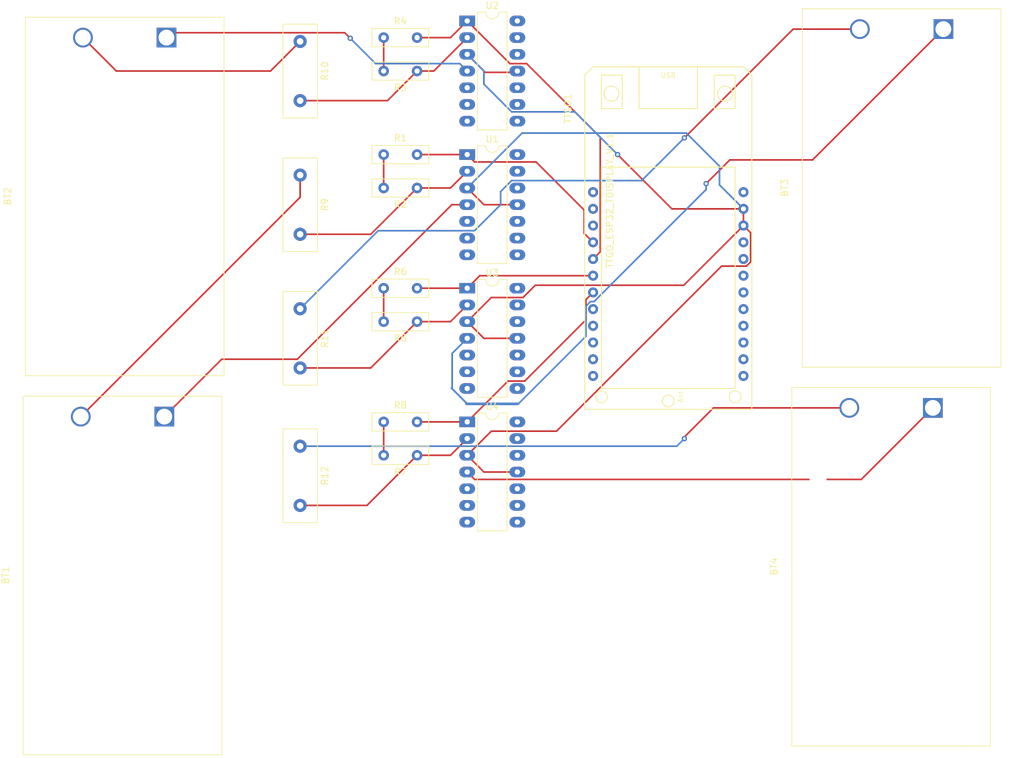
<source format=kicad_pcb>
(kicad_pcb (version 20221018) (generator pcbnew)
  (layers (0 "F.Cu" signal) (31 "B.Cu" signal) (34 "B.Paste" user) (35 "F.Paste" user) (36 "B.SilkS" user "B.Silkscreen") (37 "F.SilkS" user "F.Silkscreen") (38 "B.Mask" user) (39 "F.Mask" user) (44 "Edge.Cuts" user))
  (net 0 "")
  (net 1 "Net-(BT1--)")
  (net 2 "Net-(BT2--)")
  (net 3 "Net-(BT3--)")
  (net 4 "Net-(BT4--)")
  (net 5 "Net-(R1-Pad1)")
  (net 6 "Net-(TTGO1-GPIO26)")
  (net 7 "Net-(R3-Pad2)")
  (net 8 "Net-(TTGO1-GPIO25)")
  (net 9 "Net-(R5-Pad2)")
  (net 10 "Net-(TTGO1-GPIO33)")
  (net 11 "Net-(R7-Pad2)")
  (net 12 "Net-(TTGO1-GPIO32)")
  (net 30 "Earth")
  (net 32 "Net-(U1A--)")
  (net 33 "Net-(U2A--)")
  (net 34 "Net-(U3A--)")
  (net 35 "Net-(U4A--)")
  (footprint "Resistor_THT:R_Box_L8.4mm_W2.5mm_P5.08mm" (layer "F.Cu") (at 114.3 50.8)
    (fp_text reference "R1" (at 2.54 -2.52) (layer "F.SilkS"))
    (fp_text value "2,2K")
    (fp_line (start -1.77 -1.39) (end -1.77 1.39) (stroke (width 0.12)) (layer "F.SilkS"))
    (fp_line (start -1.77 -1.39) (end 6.85 -1.39) (stroke (width 0.12)) (layer "F.SilkS"))
    (fp_line (start -1.77 1.39) (end 6.85 1.39) (stroke (width 0.12)) (layer "F.SilkS"))
    (fp_line (start 6.85 -1.39) (end 6.85 1.39) (stroke (width 0.12)) (layer "F.SilkS"))
    (pad "1" thru_hole circle (at 0 0) (size 1.6 1.6) (drill 0.8) (layers "*.Cu" "*.Mask") (net 5 "Net-(R1-Pad1)"))
    (pad "2" thru_hole circle (at 5.08 0) (size 1.6 1.6) (drill 0.8) (layers "*.Cu" "*.Mask") (net 6 "Net-(TTGO1-GPIO26)"))
  )
  (footprint "Resistor_THT:R_Box_L8.4mm_W2.5mm_P5.08mm" (layer "F.Cu") (at 114.3 33.02)
    (fp_text reference "R4" (at 2.54 -2.52) (layer "F.SilkS"))
    (fp_text value "2,2K")
    (fp_line (start -1.77 -1.39) (end -1.77 1.39) (stroke (width 0.12)) (layer "F.SilkS"))
    (fp_line (start -1.77 -1.39) (end 6.85 -1.39) (stroke (width 0.12)) (layer "F.SilkS"))
    (fp_line (start -1.77 1.39) (end 6.85 1.39) (stroke (width 0.12)) (layer "F.SilkS"))
    (fp_line (start 6.85 -1.39) (end 6.85 1.39) (stroke (width 0.12)) (layer "F.SilkS"))
    (pad "1" thru_hole circle (at 0 0) (size 1.6 1.6) (drill 0.8) (layers "*.Cu" "*.Mask") (net 7 "Net-(R3-Pad2)"))
    (pad "2" thru_hole circle (at 5.08 0) (size 1.6 1.6) (drill 0.8) (layers "*.Cu" "*.Mask") (net 8 "Net-(TTGO1-GPIO25)"))
  )
  (footprint "Package_DIP:DIP-14_W7.62mm_LongPads" (layer "F.Cu") (at 127 50.8)
    (fp_text reference "U1" (at 3.81 -2.33) (layer "F.SilkS"))
    (fp_text value "TL071")
    (fp_line (start 1.56 -1.33) (end 1.56 16.57) (stroke (width 0.12)) (layer "F.SilkS"))
    (fp_line (start 1.56 16.57) (end 6.06 16.57) (stroke (width 0.12)) (layer "F.SilkS"))
    (fp_line (start 2.81 -1.33) (end 1.56 -1.33) (stroke (width 0.12)) (layer "F.SilkS"))
    (fp_line (start 6.06 -1.33) (end 4.81 -1.33) (stroke (width 0.12)) (layer "F.SilkS"))
    (fp_line (start 6.06 16.57) (end 6.06 -1.33) (stroke (width 0.12)) (layer "F.SilkS"))
    (fp_arc (start 4.81 -1.33) (mid 3.81 -0.33) (end 2.81 -1.33) (stroke (width 0.12)) (layer "F.SilkS"))
    (pad "1" thru_hole rect (at 0 0) (size 2.4 1.6) (drill 0.8) (layers "*.Cu" "*.Mask") (net 6 "Net-(TTGO1-GPIO26)"))
    (pad "2" thru_hole oval (at 0 2.54) (size 2.4 1.6) (drill 0.8) (layers "*.Cu" "*.Mask") (net 32 "Net-(U1A--)"))
    (pad "3" thru_hole oval (at 0 5.08) (size 2.4 1.6) (drill 0.8) (layers "*.Cu" "*.Mask") (net 30 "Earth"))
    (pad "4" thru_hole oval (at 0 7.62) (size 2.4 1.6) (drill 0.8) (layers "*.Cu" "*.Mask"))
    (pad "5" thru_hole oval (at 0 10.16) (size 2.4 1.6) (drill 0.8) (layers "*.Cu" "*.Mask"))
    (pad "6" thru_hole oval (at 0 12.7) (size 2.4 1.6) (drill 0.8) (layers "*.Cu" "*.Mask"))
    (pad "7" thru_hole oval (at 0 15.24) (size 2.4 1.6) (drill 0.8) (layers "*.Cu" "*.Mask"))
    (pad "8" thru_hole oval (at 7.62 15.24) (size 2.4 1.6) (drill 0.8) (layers "*.Cu" "*.Mask"))
    (pad "9" thru_hole oval (at 7.62 12.7) (size 2.4 1.6) (drill 0.8) (layers "*.Cu" "*.Mask"))
    (pad "10" thru_hole oval (at 7.62 10.16) (size 2.4 1.6) (drill 0.8) (layers "*.Cu" "*.Mask"))
    (pad "11" thru_hole oval (at 7.62 7.62) (size 2.4 1.6) (drill 0.8) (layers "*.Cu" "*.Mask") (net 30 "Earth"))
    (pad "12" thru_hole oval (at 7.62 5.08) (size 2.4 1.6) (drill 0.8) (layers "*.Cu" "*.Mask"))
    (pad "13" thru_hole oval (at 7.62 2.54) (size 2.4 1.6) (drill 0.8) (layers "*.Cu" "*.Mask"))
    (pad "14" thru_hole oval (at 7.62 0) (size 2.4 1.6) (drill 0.8) (layers "*.Cu" "*.Mask"))
  )
  (footprint "Battery:BatteryHolder_Eagle_12BH611-GR" (layer "F.Cu") (at 80.95 90.64 90)
    (fp_text reference "BT1" (at -24.13 -24.13 90) (layer "F.SilkS"))
    (fp_text value "Battery")
    (fp_line (start -51.4 -21.45) (end 3.1 -21.45) (stroke (width 0.12)) (layer "F.SilkS"))
    (fp_line (start -51.4 8.75) (end -51.4 -21.45) (stroke (width 0.12)) (layer "F.SilkS"))
    (fp_line (start 3.1 -21.45) (end 3.1 8.75) (stroke (width 0.12)) (layer "F.SilkS"))
    (fp_line (start 3.1 8.75) (end -51.4 8.75) (stroke (width 0.12)) (layer "F.SilkS"))
    (pad "" np_thru_hole circle (at -38.9 -17.45 90) (size 2.6 2.6) (drill 2.6) (layers "*.Cu" "*.Mask"))
    (pad "" np_thru_hole circle (at -24.15 4.75 90) (size 2.6 2.6) (drill 2.6) (layers "*.Cu" "*.Mask"))
    (pad "" np_thru_hole circle (at -10.9 -17.45 90) (size 2.6 2.6) (drill 2.6) (layers "*.Cu" "*.Mask"))
    (pad "1" thru_hole rect (at 0 0 90) (size 3 3) (drill 2.4) (layers "*.Cu" "*.Mask"))
    (pad "2" thru_hole circle (at 0 -12.7 90) (size 3 3) (drill 2.4) (layers "*.Cu" "*.Mask") (net 1 "Net-(BT1--)"))
  )
  (footprint "Battery:BatteryHolder_Eagle_12BH611-GR" (layer "F.Cu") (at 199.39 31.73 90)
    (fp_text reference "BT3" (at -24.13 -24.13 90) (layer "F.SilkS"))
    (fp_text value "Battery")
    (fp_line (start -51.4 -21.45) (end 3.1 -21.45) (stroke (width 0.12)) (layer "F.SilkS"))
    (fp_line (start -51.4 8.75) (end -51.4 -21.45) (stroke (width 0.12)) (layer "F.SilkS"))
    (fp_line (start 3.1 -21.45) (end 3.1 8.75) (stroke (width 0.12)) (layer "F.SilkS"))
    (fp_line (start 3.1 8.75) (end -51.4 8.75) (stroke (width 0.12)) (layer "F.SilkS"))
    (pad "" np_thru_hole circle (at -38.9 -17.45 90) (size 2.6 2.6) (drill 2.6) (layers "*.Cu" "*.Mask"))
    (pad "" np_thru_hole circle (at -24.15 4.75 90) (size 2.6 2.6) (drill 2.6) (layers "*.Cu" "*.Mask"))
    (pad "" np_thru_hole circle (at -10.9 -17.45 90) (size 2.6 2.6) (drill 2.6) (layers "*.Cu" "*.Mask"))
    (pad "1" thru_hole rect (at 0 0 90) (size 3 3) (drill 2.4) (layers "*.Cu" "*.Mask"))
    (pad "2" thru_hole circle (at 0 -12.7 90) (size 3 3) (drill 2.4) (layers "*.Cu" "*.Mask") (net 3 "Net-(BT3--)"))
  )
  (footprint "Battery:BatteryHolder_Eagle_12BH611-GR" (layer "F.Cu") (at 81.28 33.02 90)
    (fp_text reference "BT2" (at -24.13 -24.13 90) (layer "F.SilkS"))
    (fp_text value "Battery")
    (fp_line (start -51.4 -21.45) (end 3.1 -21.45) (stroke (width 0.12)) (layer "F.SilkS"))
    (fp_line (start -51.4 8.75) (end -51.4 -21.45) (stroke (width 0.12)) (layer "F.SilkS"))
    (fp_line (start 3.1 -21.45) (end 3.1 8.75) (stroke (width 0.12)) (layer "F.SilkS"))
    (fp_line (start 3.1 8.75) (end -51.4 8.75) (stroke (width 0.12)) (layer "F.SilkS"))
    (pad "" np_thru_hole circle (at -38.9 -17.45 90) (size 2.6 2.6) (drill 2.6) (layers "*.Cu" "*.Mask"))
    (pad "" np_thru_hole circle (at -24.15 4.75 90) (size 2.6 2.6) (drill 2.6) (layers "*.Cu" "*.Mask"))
    (pad "" np_thru_hole circle (at -10.9 -17.45 90) (size 2.6 2.6) (drill 2.6) (layers "*.Cu" "*.Mask"))
    (pad "1" thru_hole rect (at 0 0 90) (size 3 3) (drill 2.4) (layers "*.Cu" "*.Mask"))
    (pad "2" thru_hole circle (at 0 -12.7 90) (size 3 3) (drill 2.4) (layers "*.Cu" "*.Mask") (net 2 "Net-(BT2--)"))
  )
  (footprint "Resistor_THT:R_Box_L14.0mm_W5.0mm_P9.00mm" (layer "F.Cu") (at 101.6 95.14 -90)
    (fp_text reference "R12" (at 4.5 -3.75 90) (layer "F.SilkS"))
    (fp_text value "R_Variable")
    (fp_line (start -2.62 -2.62) (end -2.62 2.62) (stroke (width 0.12)) (layer "F.SilkS"))
    (fp_line (start -2.62 -2.62) (end 11.62 -2.62) (stroke (width 0.12)) (layer "F.SilkS"))
    (fp_line (start -2.62 2.62) (end 11.62 2.62) (stroke (width 0.12)) (layer "F.SilkS"))
    (fp_line (start 11.62 -2.62) (end 11.62 2.62) (stroke (width 0.12)) (layer "F.SilkS"))
    (pad "1" thru_hole circle (at 0 0 270) (size 2 2) (drill 1) (layers "*.Cu" "*.Mask") (net 4 "Net-(BT4--)"))
    (pad "2" thru_hole circle (at 9 0 270) (size 2 2) (drill 1) (layers "*.Cu" "*.Mask") (net 35 "Net-(U4A--)"))
  )
  (footprint "Resistor_THT:R_Box_L8.4mm_W2.5mm_P5.08mm" (layer "F.Cu") (at 119.38 38.1 180)
    (fp_text reference "R3" (at 2.54 -2.52) (layer "F.SilkS"))
    (fp_text value "2,2K")
    (fp_line (start -1.77 -1.39) (end -1.77 1.39) (stroke (width 0.12)) (layer "F.SilkS"))
    (fp_line (start -1.77 -1.39) (end 6.85 -1.39) (stroke (width 0.12)) (layer "F.SilkS"))
    (fp_line (start -1.77 1.39) (end 6.85 1.39) (stroke (width 0.12)) (layer "F.SilkS"))
    (fp_line (start 6.85 -1.39) (end 6.85 1.39) (stroke (width 0.12)) (layer "F.SilkS"))
    (pad "1" thru_hole circle (at 0 0 180) (size 1.6 1.6) (drill 0.8) (layers "*.Cu" "*.Mask") (net 33 "Net-(U2A--)"))
    (pad "2" thru_hole circle (at 5.08 0 180) (size 1.6 1.6) (drill 0.8) (layers "*.Cu" "*.Mask") (net 7 "Net-(R3-Pad2)"))
  )
  (footprint "Package_DIP:DIP-14_W7.62mm_LongPads" (layer "F.Cu") (at 127 91.44)
    (fp_text reference "U4" (at 3.81 -2.33) (layer "F.SilkS"))
    (fp_text value "TL071")
    (fp_line (start 1.56 -1.33) (end 1.56 16.57) (stroke (width 0.12)) (layer "F.SilkS"))
    (fp_line (start 1.56 16.57) (end 6.06 16.57) (stroke (width 0.12)) (layer "F.SilkS"))
    (fp_line (start 2.81 -1.33) (end 1.56 -1.33) (stroke (width 0.12)) (layer "F.SilkS"))
    (fp_line (start 6.06 -1.33) (end 4.81 -1.33) (stroke (width 0.12)) (layer "F.SilkS"))
    (fp_line (start 6.06 16.57) (end 6.06 -1.33) (stroke (width 0.12)) (layer "F.SilkS"))
    (fp_arc (start 4.81 -1.33) (mid 3.81 -0.33) (end 2.81 -1.33) (stroke (width 0.12)) (layer "F.SilkS"))
    (pad "1" thru_hole rect (at 0 0) (size 2.4 1.6) (drill 0.8) (layers "*.Cu" "*.Mask") (net 12 "Net-(TTGO1-GPIO32)"))
    (pad "2" thru_hole oval (at 0 2.54) (size 2.4 1.6) (drill 0.8) (layers "*.Cu" "*.Mask") (net 35 "Net-(U4A--)"))
    (pad "3" thru_hole oval (at 0 5.08) (size 2.4 1.6) (drill 0.8) (layers "*.Cu" "*.Mask") (net 30 "Earth"))
    (pad "4" thru_hole oval (at 0 7.62) (size 2.4 1.6) (drill 0.8) (layers "*.Cu" "*.Mask"))
    (pad "5" thru_hole oval (at 0 10.16) (size 2.4 1.6) (drill 0.8) (layers "*.Cu" "*.Mask"))
    (pad "6" thru_hole oval (at 0 12.7) (size 2.4 1.6) (drill 0.8) (layers "*.Cu" "*.Mask"))
    (pad "7" thru_hole oval (at 0 15.24) (size 2.4 1.6) (drill 0.8) (layers "*.Cu" "*.Mask"))
    (pad "8" thru_hole oval (at 7.62 15.24) (size 2.4 1.6) (drill 0.8) (layers "*.Cu" "*.Mask"))
    (pad "9" thru_hole oval (at 7.62 12.7) (size 2.4 1.6) (drill 0.8) (layers "*.Cu" "*.Mask"))
    (pad "10" thru_hole oval (at 7.62 10.16) (size 2.4 1.6) (drill 0.8) (layers "*.Cu" "*.Mask"))
    (pad "11" thru_hole oval (at 7.62 7.62) (size 2.4 1.6) (drill 0.8) (layers "*.Cu" "*.Mask") (net 30 "Earth"))
    (pad "12" thru_hole oval (at 7.62 5.08) (size 2.4 1.6) (drill 0.8) (layers "*.Cu" "*.Mask"))
    (pad "13" thru_hole oval (at 7.62 2.54) (size 2.4 1.6) (drill 0.8) (layers "*.Cu" "*.Mask"))
    (pad "14" thru_hole oval (at 7.62 0) (size 2.4 1.6) (drill 0.8) (layers "*.Cu" "*.Mask"))
  )
  (footprint "Resistor_THT:R_Box_L8.4mm_W2.5mm_P5.08mm" (layer "F.Cu") (at 119.38 96.52 180)
    (fp_text reference "R7" (at 2.54 -2.52) (layer "F.SilkS"))
    (fp_text value "2,2K")
    (fp_line (start -1.77 -1.39) (end -1.77 1.39) (stroke (width 0.12)) (layer "F.SilkS"))
    (fp_line (start -1.77 -1.39) (end 6.85 -1.39) (stroke (width 0.12)) (layer "F.SilkS"))
    (fp_line (start -1.77 1.39) (end 6.85 1.39) (stroke (width 0.12)) (layer "F.SilkS"))
    (fp_line (start 6.85 -1.39) (end 6.85 1.39) (stroke (width 0.12)) (layer "F.SilkS"))
    (pad "1" thru_hole circle (at 0 0 180) (size 1.6 1.6) (drill 0.8) (layers "*.Cu" "*.Mask") (net 35 "Net-(U4A--)"))
    (pad "2" thru_hole circle (at 5.08 0 180) (size 1.6 1.6) (drill 0.8) (layers "*.Cu" "*.Mask") (net 11 "Net-(R7-Pad2)"))
  )
  (footprint "Package_DIP:DIP-14_W7.62mm_LongPads" (layer "F.Cu") (at 127 30.48)
    (fp_text reference "U2" (at 3.81 -2.33) (layer "F.SilkS"))
    (fp_text value "TL071")
    (fp_line (start 1.56 -1.33) (end 1.56 16.57) (stroke (width 0.12)) (layer "F.SilkS"))
    (fp_line (start 1.56 16.57) (end 6.06 16.57) (stroke (width 0.12)) (layer "F.SilkS"))
    (fp_line (start 2.81 -1.33) (end 1.56 -1.33) (stroke (width 0.12)) (layer "F.SilkS"))
    (fp_line (start 6.06 -1.33) (end 4.81 -1.33) (stroke (width 0.12)) (layer "F.SilkS"))
    (fp_line (start 6.06 16.57) (end 6.06 -1.33) (stroke (width 0.12)) (layer "F.SilkS"))
    (fp_arc (start 4.81 -1.33) (mid 3.81 -0.33) (end 2.81 -1.33) (stroke (width 0.12)) (layer "F.SilkS"))
    (pad "1" thru_hole rect (at 0 0) (size 2.4 1.6) (drill 0.8) (layers "*.Cu" "*.Mask") (net 8 "Net-(TTGO1-GPIO25)"))
    (pad "2" thru_hole oval (at 0 2.54) (size 2.4 1.6) (drill 0.8) (layers "*.Cu" "*.Mask") (net 33 "Net-(U2A--)"))
    (pad "3" thru_hole oval (at 0 5.08) (size 2.4 1.6) (drill 0.8) (layers "*.Cu" "*.Mask") (net 30 "Earth"))
    (pad "4" thru_hole oval (at 0 7.62) (size 2.4 1.6) (drill 0.8) (layers "*.Cu" "*.Mask"))
    (pad "5" thru_hole oval (at 0 10.16) (size 2.4 1.6) (drill 0.8) (layers "*.Cu" "*.Mask"))
    (pad "6" thru_hole oval (at 0 12.7) (size 2.4 1.6) (drill 0.8) (layers "*.Cu" "*.Mask"))
    (pad "7" thru_hole oval (at 0 15.24) (size 2.4 1.6) (drill 0.8) (layers "*.Cu" "*.Mask"))
    (pad "8" thru_hole oval (at 7.62 15.24) (size 2.4 1.6) (drill 0.8) (layers "*.Cu" "*.Mask"))
    (pad "9" thru_hole oval (at 7.62 12.7) (size 2.4 1.6) (drill 0.8) (layers "*.Cu" "*.Mask"))
    (pad "10" thru_hole oval (at 7.62 10.16) (size 2.4 1.6) (drill 0.8) (layers "*.Cu" "*.Mask"))
    (pad "11" thru_hole oval (at 7.62 7.62) (size 2.4 1.6) (drill 0.8) (layers "*.Cu" "*.Mask") (net 30 "Earth"))
    (pad "12" thru_hole oval (at 7.62 5.08) (size 2.4 1.6) (drill 0.8) (layers "*.Cu" "*.Mask"))
    (pad "13" thru_hole oval (at 7.62 2.54) (size 2.4 1.6) (drill 0.8) (layers "*.Cu" "*.Mask"))
    (pad "14" thru_hole oval (at 7.62 0) (size 2.4 1.6) (drill 0.8) (layers "*.Cu" "*.Mask"))
  )
  (footprint "Resistor_THT:R_Box_L8.4mm_W2.5mm_P5.08mm" (layer "F.Cu") (at 119.38 76.2 180)
    (fp_text reference "R5" (at 2.54 -2.52) (layer "F.SilkS"))
    (fp_text value "2,2K")
    (fp_line (start -1.77 -1.39) (end -1.77 1.39) (stroke (width 0.12)) (layer "F.SilkS"))
    (fp_line (start -1.77 -1.39) (end 6.85 -1.39) (stroke (width 0.12)) (layer "F.SilkS"))
    (fp_line (start -1.77 1.39) (end 6.85 1.39) (stroke (width 0.12)) (layer "F.SilkS"))
    (fp_line (start 6.85 -1.39) (end 6.85 1.39) (stroke (width 0.12)) (layer "F.SilkS"))
    (pad "1" thru_hole circle (at 0 0 180) (size 1.6 1.6) (drill 0.8) (layers "*.Cu" "*.Mask") (net 34 "Net-(U3A--)"))
    (pad "2" thru_hole circle (at 5.08 0 180) (size 1.6 1.6) (drill 0.8) (layers "*.Cu" "*.Mask") (net 9 "Net-(R5-Pad2)"))
  )
  (footprint "Resistor_THT:R_Box_L14.0mm_W5.0mm_P9.00mm" (layer "F.Cu") (at 101.6 74.24 -90)
    (fp_text reference "R11" (at 4.5 -3.75 90) (layer "F.SilkS"))
    (fp_text value "GHB-Piezo")
    (fp_line (start -2.62 -2.62) (end -2.62 2.62) (stroke (width 0.12)) (layer "F.SilkS"))
    (fp_line (start -2.62 -2.62) (end 11.62 -2.62) (stroke (width 0.12)) (layer "F.SilkS"))
    (fp_line (start -2.62 2.62) (end 11.62 2.62) (stroke (width 0.12)) (layer "F.SilkS"))
    (fp_line (start 11.62 -2.62) (end 11.62 2.62) (stroke (width 0.12)) (layer "F.SilkS"))
    (pad "1" thru_hole circle (at 0 0 270) (size 2 2) (drill 1) (layers "*.Cu" "*.Mask") (net 3 "Net-(BT3--)"))
    (pad "2" thru_hole circle (at 9 0 270) (size 2 2) (drill 1) (layers "*.Cu" "*.Mask") (net 34 "Net-(U3A--)"))
  )
  (footprint "Battery:BatteryHolder_Eagle_12BH611-GR" (layer "F.Cu") (at 197.79 89.31 90)
    (fp_text reference "BT4" (at -24.13 -24.13 90) (layer "F.SilkS"))
    (fp_text value "Battery")
    (fp_line (start -51.4 -21.45) (end 3.1 -21.45) (stroke (width 0.12)) (layer "F.SilkS"))
    (fp_line (start -51.4 8.75) (end -51.4 -21.45) (stroke (width 0.12)) (layer "F.SilkS"))
    (fp_line (start 3.1 -21.45) (end 3.1 8.75) (stroke (width 0.12)) (layer "F.SilkS"))
    (fp_line (start 3.1 8.75) (end -51.4 8.75) (stroke (width 0.12)) (layer "F.SilkS"))
    (pad "" np_thru_hole circle (at -38.9 -17.45 90) (size 2.6 2.6) (drill 2.6) (layers "*.Cu" "*.Mask"))
    (pad "" np_thru_hole circle (at -24.15 4.75 90) (size 2.6 2.6) (drill 2.6) (layers "*.Cu" "*.Mask"))
    (pad "" np_thru_hole circle (at -10.9 -17.45 90) (size 2.6 2.6) (drill 2.6) (layers "*.Cu" "*.Mask"))
    (pad "1" thru_hole rect (at 0 0 90) (size 3 3) (drill 2.4) (layers "*.Cu" "*.Mask"))
    (pad "2" thru_hole circle (at 0 -12.7 90) (size 3 3) (drill 2.4) (layers "*.Cu" "*.Mask") (net 4 "Net-(BT4--)"))
  )
  (footprint "ttgo-tdisplay-kicad-master:TTGO_ESP32_TDisplay_v1.1" (layer "F.Cu") (at 144.8675 40.005 -90)
    (fp_text reference "TTGO1" (at 3.81 2.54 90) (layer "F.SilkS"))
    (fp_text value "TTGO_ESP32_TDISPLAY_V1.1" (at 17.78 -3.81 90) (layer "F.SilkS"))
    (fp_text user "Ant" (at 47.625 -14.605 90) (layer "F.SilkS") (effects (font (size 0.75 0.75) (thickness 0.1))))
    (fp_text user "USB" (at -1.27 -12.7) (layer "F.SilkS") (effects (font (size 0.75 0.75) (thickness 0.1))))
    (fp_line (start -2.54 -24.13) (end -1.27 -25.4) (stroke (width 0.15)) (layer "F.SilkS"))
    (fp_line (start -2.54 -8.255) (end 1.27 -8.255) (stroke (width 0.15)) (layer "F.SilkS"))
    (fp_line (start -2.54 -1.27) (end -2.54 -24.13) (stroke (width 0.15)) (layer "F.SilkS"))
    (fp_line (start -1.27 -25.4) (end 0 -25.4) (stroke (width 0.15)) (layer "F.SilkS"))
    (fp_line (start -1.27 -22.86) (end 3.81 -22.86) (stroke (width 0.15)) (layer "F.SilkS"))
    (fp_line (start -1.27 -19.685) (end -1.27 -22.86) (stroke (width 0.15)) (layer "F.SilkS"))
    (fp_line (start -1.27 -5.715) (end 3.81 -5.715) (stroke (width 0.15)) (layer "F.SilkS"))
    (fp_line (start -1.27 -2.54) (end -1.27 -5.715) (stroke (width 0.15)) (layer "F.SilkS"))
    (fp_line (start -1.27 0) (end -2.54 -1.27) (stroke (width 0.15)) (layer "F.SilkS"))
    (fp_line (start 0 0) (end -1.27 0) (stroke (width 0.15)) (layer "F.SilkS"))
    (fp_line (start 1.27 -17.145) (end -2.54 -17.145) (stroke (width 0.15)) (layer "F.SilkS"))
    (fp_line (start 1.27 -17.145) (end 3.81 -17.145) (stroke (width 0.15)) (layer "F.SilkS"))
    (fp_line (start 3.81 -22.86) (end 3.81 -19.685) (stroke (width 0.15)) (layer "F.SilkS"))
    (fp_line (start 3.81 -19.685) (end -1.27 -19.685) (stroke (width 0.15)) (layer "F.SilkS"))
    (fp_line (start 3.81 -17.145) (end 3.81 -8.255) (stroke (width 0.15)) (layer "F.SilkS"))
    (fp_line (start 3.81 -8.255) (end -2.54 -8.255) (stroke (width 0.15)) (layer "F.SilkS"))
    (fp_line (start 3.81 -5.715) (end 3.81 -2.54) (stroke (width 0.15)) (layer "F.SilkS"))
    (fp_line (start 3.81 -2.54) (end -1.27 -2.54) (stroke (width 0.15)) (layer "F.SilkS"))
    (fp_line (start 12.7 -22.86) (end 46.355 -22.86) (stroke (width 0.15)) (layer "F.SilkS"))
    (fp_line (start 12.7 -2.54) (end 12.7 -22.86) (stroke (width 0.15)) (layer "F.SilkS"))
    (fp_line (start 44.45 0) (end 0 0) (stroke (width 0.15)) (layer "F.SilkS"))
    (fp_line (start 45.72 -25.4) (end 0 -25.4) (stroke (width 0.15)) (layer "F.SilkS"))
    (fp_line (start 46.355 -22.86) (end 46.355 -2.54) (stroke (width 0.15)) (layer "F.SilkS"))
    (fp_line (start 46.355 -2.54) (end 12.7 -2.54) (stroke (width 0.15)) (layer "F.SilkS"))
    (fp_line (start 49.53 -25.4) (end 45.72 -25.4) (stroke (width 0.15)) (layer "F.SilkS"))
    (fp_line (start 49.53 -25.4) (end 49.53 0) (stroke (width 0.15)) (layer "F.SilkS"))
    (fp_line (start 49.53 0) (end 44.45 0) (stroke (width 0.15)) (layer "F.SilkS"))
    (fp_circle (center 1.524 -21.336) (end 2.54 -21.844) (stroke (width 0.15)) (fill none) (layer "F.SilkS"))
    (fp_circle (center 1.524 -4.064) (end 2.54 -4.572) (stroke (width 0.15)) (fill none) (layer "F.SilkS"))
    (fp_circle (center 47.625 -22.86) (end 48.26 -23.495) (stroke (width 0.15)) (fill none) (layer "F.SilkS"))
    (fp_circle (center 47.625 -2.54) (end 48.26 -3.175) (stroke (width 0.15)) (fill none) (layer "F.SilkS"))
    (fp_circle (center 48.26 -12.7) (end 48.895 -13.335) (stroke (width 0.15)) (fill none) (layer "F.SilkS"))
    (pad "" np_thru_hole circle (at 47.625 -22.86 270) (size 1.524 1.524) (drill 1.524) (layers "*.Cu" "*.Mask"))
    (pad "" np_thru_hole circle (at 47.625 -2.54 270) (size 1.524 1.524) (drill 1.524) (layers "*.Cu" "*.Mask"))
    (pad "1" thru_hole circle (at 16.51 -1.27 270) (size 1.524 1.524) (drill 0.762) (layers "*.Cu" "*.Mask"))
    (pad "2" thru_hole circle (at 19.05 -1.27 270) (size 1.524 1.524) (drill 0.762) (layers "*.Cu" "*.Mask"))
    (pad "3" thru_hole circle (at 21.59 -1.27 270) (size 1.524 1.524) (drill 0.762) (layers "*.Cu" "*.Mask"))
    (pad "4" thru_hole circle (at 24.13 -1.27 270) (size 1.524 1.524) (drill 0.762) (layers "*.Cu" "*.Mask") (net 6 "Net-(TTGO1-GPIO26)"))
    (pad "5" thru_hole circle (at 26.67 -1.27 270) (size 1.524 1.524) (drill 0.762) (layers "*.Cu" "*.Mask") (net 8 "Net-(TTGO1-GPIO25)"))
    (pad "6" thru_hole circle (at 29.21 -1.27 270) (size 1.524 1.524) (drill 0.762) (layers "*.Cu" "*.Mask") (net 10 "Net-(TTGO1-GPIO33)"))
    (pad "7" thru_hole circle (at 31.75 -1.27 270) (size 1.524 1.524) (drill 0.762) (layers "*.Cu" "*.Mask") (net 12 "Net-(TTGO1-GPIO32)"))
    (pad "8" thru_hole circle (at 34.29 -1.27 270) (size 1.524 1.524) (drill 0.762) (layers "*.Cu" "*.Mask"))
    (pad "9" thru_hole circle (at 36.83 -1.27 270) (size 1.524 1.524) (drill 0.762) (layers "*.Cu" "*.Mask"))
    (pad "10" thru_hole circle (at 39.37 -1.27 270) (size 1.524 1.524) (drill 0.762) (layers "*.Cu" "*.Mask"))
    (pad "11" thru_hole circle (at 41.91 -1.27 270) (size 1.524 1.524) (drill 0.762) (layers "*.Cu" "*.Mask"))
    (pad "12" thru_hole circle (at 44.45 -1.27 270) (size 1.524 1.524) (drill 0.762) (layers "*.Cu" "*.Mask"))
    (pad "13" thru_hole circle (at 44.45 -24.13 270) (size 1.524 1.524) (drill 0.762) (layers "*.Cu" "*.Mask"))
    (pad "14" thru_hole circle (at 41.91 -24.13 270) (size 1.524 1.524) (drill 0.762) (layers "*.Cu" "*.Mask"))
    (pad "15" thru_hole circle (at 39.37 -24.13 270) (size 1.524 1.524) (drill 0.762) (layers "*.Cu" "*.Mask"))
    (pad "16" thru_hole circle (at 36.83 -24.13 270) (size 1.524 1.524) (drill 0.762) (layers "*.Cu" "*.Mask"))
    (pad "17" thru_hole circle (at 34.29 -24.13 270) (size 1.524 1.524) (drill 0.762) (layers "*.Cu" "*.Mask"))
    (pad "18" thru_hole circle (at 31.75 -24.13 270) (size 1.524 1.524) (drill 0.762) (layers "*.Cu" "*.Mask"))
    (pad "19" thru_hole circle (at 29.21 -24.13 270) (size 1.524 1.524) (drill 0.762) (layers "*.Cu" "*.Mask"))
    (pad "20" thru_hole circle (at 26.67 -24.13 270) (size 1.524 1.524) (drill 0.762) (layers "*.Cu" "*.Mask"))
    (pad "21" thru_hole circle (at 24.13 -24.13 270) (size 1.524 1.524) (drill 0.762) (layers "*.Cu" "*.Mask"))
    (pad "22" thru_hole circle (at 21.59 -24.13 270) (size 1.524 1.524) (drill 0.762) (layers "*.Cu" "*.Mask") (net 30 "Earth"))
    (pad "23" thru_hole circle (at 19.05 -24.13 270) (size 1.524 1.524) (drill 0.762) (layers "*.Cu" "*.Mask") (net 30 "Earth"))
    (pad "24" thru_hole circle (at 16.51 -24.13 270) (size 1.524 1.524) (drill 0.762) (layers "*.Cu" "*.Mask"))
  )
  (footprint "Resistor_THT:R_Box_L8.4mm_W2.5mm_P5.08mm" (layer "F.Cu") (at 114.3 71.12)
    (fp_text reference "R6" (at 2.54 -2.52) (layer "F.SilkS"))
    (fp_text value "2,2K")
    (fp_line (start -1.77 -1.39) (end -1.77 1.39) (stroke (width 0.12)) (layer "F.SilkS"))
    (fp_line (start -1.77 -1.39) (end 6.85 -1.39) (stroke (width 0.12)) (layer "F.SilkS"))
    (fp_line (start -1.77 1.39) (end 6.85 1.39) (stroke (width 0.12)) (layer "F.SilkS"))
    (fp_line (start 6.85 -1.39) (end 6.85 1.39) (stroke (width 0.12)) (layer "F.SilkS"))
    (pad "1" thru_hole circle (at 0 0) (size 1.6 1.6) (drill 0.8) (layers "*.Cu" "*.Mask") (net 9 "Net-(R5-Pad2)"))
    (pad "2" thru_hole circle (at 5.08 0) (size 1.6 1.6) (drill 0.8) (layers "*.Cu" "*.Mask") (net 10 "Net-(TTGO1-GPIO33)"))
  )
  (footprint "Package_DIP:DIP-14_W7.62mm_LongPads" (layer "F.Cu") (at 127 71.12)
    (fp_text reference "U3" (at 3.81 -2.33) (layer "F.SilkS"))
    (fp_text value "TL071")
    (fp_line (start 1.56 -1.33) (end 1.56 16.57) (stroke (width 0.12)) (layer "F.SilkS"))
    (fp_line (start 1.56 16.57) (end 6.06 16.57) (stroke (width 0.12)) (layer "F.SilkS"))
    (fp_line (start 2.81 -1.33) (end 1.56 -1.33) (stroke (width 0.12)) (layer "F.SilkS"))
    (fp_line (start 6.06 -1.33) (end 4.81 -1.33) (stroke (width 0.12)) (layer "F.SilkS"))
    (fp_line (start 6.06 16.57) (end 6.06 -1.33) (stroke (width 0.12)) (layer "F.SilkS"))
    (fp_arc (start 4.81 -1.33) (mid 3.81 -0.33) (end 2.81 -1.33) (stroke (width 0.12)) (layer "F.SilkS"))
    (pad "1" thru_hole rect (at 0 0) (size 2.4 1.6) (drill 0.8) (layers "*.Cu" "*.Mask") (net 10 "Net-(TTGO1-GPIO33)"))
    (pad "2" thru_hole oval (at 0 2.54) (size 2.4 1.6) (drill 0.8) (layers "*.Cu" "*.Mask") (net 34 "Net-(U3A--)"))
    (pad "3" thru_hole oval (at 0 5.08) (size 2.4 1.6) (drill 0.8) (layers "*.Cu" "*.Mask") (net 30 "Earth"))
    (pad "4" thru_hole oval (at 0 7.62) (size 2.4 1.6) (drill 0.8) (layers "*.Cu" "*.Mask"))
    (pad "5" thru_hole oval (at 0 10.16) (size 2.4 1.6) (drill 0.8) (layers "*.Cu" "*.Mask"))
    (pad "6" thru_hole oval (at 0 12.7) (size 2.4 1.6) (drill 0.8) (layers "*.Cu" "*.Mask"))
    (pad "7" thru_hole oval (at 0 15.24) (size 2.4 1.6) (drill 0.8) (layers "*.Cu" "*.Mask"))
    (pad "8" thru_hole oval (at 7.62 15.24) (size 2.4 1.6) (drill 0.8) (layers "*.Cu" "*.Mask"))
    (pad "9" thru_hole oval (at 7.62 12.7) (size 2.4 1.6) (drill 0.8) (layers "*.Cu" "*.Mask"))
    (pad "10" thru_hole oval (at 7.62 10.16) (size 2.4 1.6) (drill 0.8) (layers "*.Cu" "*.Mask"))
    (pad "11" thru_hole oval (at 7.62 7.62) (size 2.4 1.6) (drill 0.8) (layers "*.Cu" "*.Mask") (net 30 "Earth"))
    (pad "12" thru_hole oval (at 7.62 5.08) (size 2.4 1.6) (drill 0.8) (layers "*.Cu" "*.Mask"))
    (pad "13" thru_hole oval (at 7.62 2.54) (size 2.4 1.6) (drill 0.8) (layers "*.Cu" "*.Mask"))
    (pad "14" thru_hole oval (at 7.62 0) (size 2.4 1.6) (drill 0.8) (layers "*.Cu" "*.Mask"))
  )
  (footprint "Resistor_THT:R_Box_L8.4mm_W2.5mm_P5.08mm" (layer "F.Cu") (at 119.38 55.88 180)
    (fp_text reference "R2" (at 2.54 -2.52) (layer "F.SilkS"))
    (fp_text value "2,2K")
    (fp_line (start -1.77 -1.39) (end -1.77 1.39) (stroke (width 0.12)) (layer "F.SilkS"))
    (fp_line (start -1.77 -1.39) (end 6.85 -1.39) (stroke (width 0.12)) (layer "F.SilkS"))
    (fp_line (start -1.77 1.39) (end 6.85 1.39) (stroke (width 0.12)) (layer "F.SilkS"))
    (fp_line (start 6.85 -1.39) (end 6.85 1.39) (stroke (width 0.12)) (layer "F.SilkS"))
    (pad "1" thru_hole circle (at 0 0 180) (size 1.6 1.6) (drill 0.8) (layers "*.Cu" "*.Mask") (net 32 "Net-(U1A--)"))
    (pad "2" thru_hole circle (at 5.08 0 180) (size 1.6 1.6) (drill 0.8) (layers "*.Cu" "*.Mask") (net 5 "Net-(R1-Pad1)"))
  )
  (footprint "Resistor_THT:R_Box_L8.4mm_W2.5mm_P5.08mm" (layer "F.Cu") (at 114.3 91.44)
    (fp_text reference "R8" (at 2.54 -2.52) (layer "F.SilkS"))
    (fp_text value "2,2K")
    (fp_line (start -1.77 -1.39) (end -1.77 1.39) (stroke (width 0.12)) (layer "F.SilkS"))
    (fp_line (start -1.77 -1.39) (end 6.85 -1.39) (stroke (width 0.12)) (layer "F.SilkS"))
    (fp_line (start -1.77 1.39) (end 6.85 1.39) (stroke (width 0.12)) (layer "F.SilkS"))
    (fp_line (start 6.85 -1.39) (end 6.85 1.39) (stroke (width 0.12)) (layer "F.SilkS"))
    (pad "1" thru_hole circle (at 0 0) (size 1.6 1.6) (drill 0.8) (layers "*.Cu" "*.Mask") (net 11 "Net-(R7-Pad2)"))
    (pad "2" thru_hole circle (at 5.08 0) (size 1.6 1.6) (drill 0.8) (layers "*.Cu" "*.Mask") (net 12 "Net-(TTGO1-GPIO32)"))
  )
  (footprint "Resistor_THT:R_Box_L14.0mm_W5.0mm_P9.00mm" (layer "F.Cu") (at 101.6 33.6 -90)
    (fp_text reference "R10" (at 4.5 -3.75 90) (layer "F.SilkS"))
    (fp_text value "GHB-Piezo")
    (fp_line (start -2.62 -2.62) (end -2.62 2.62) (stroke (width 0.12)) (layer "F.SilkS"))
    (fp_line (start -2.62 -2.62) (end 11.62 -2.62) (stroke (width 0.12)) (layer "F.SilkS"))
    (fp_line (start -2.62 2.62) (end 11.62 2.62) (stroke (width 0.12)) (layer "F.SilkS"))
    (fp_line (start 11.62 -2.62) (end 11.62 2.62) (stroke (width 0.12)) (layer "F.SilkS"))
    (pad "1" thru_hole circle (at 0 0 270) (size 2 2) (drill 1) (layers "*.Cu" "*.Mask") (net 2 "Net-(BT2--)"))
    (pad "2" thru_hole circle (at 9 0 270) (size 2 2) (drill 1) (layers "*.Cu" "*.Mask") (net 33 "Net-(U2A--)"))
  )
  (footprint "Resistor_THT:R_Box_L14.0mm_W5.0mm_P9.00mm" (layer "F.Cu") (at 101.6 53.92 -90)
    (fp_text reference "R9" (at 4.5 -3.75 90) (layer "F.SilkS"))
    (fp_text value "GHB-Piezo")
    (fp_line (start -2.62 -2.62) (end -2.62 2.62) (stroke (width 0.12)) (layer "F.SilkS"))
    (fp_line (start -2.62 -2.62) (end 11.62 -2.62) (stroke (width 0.12)) (layer "F.SilkS"))
    (fp_line (start -2.62 2.62) (end 11.62 2.62) (stroke (width 0.12)) (layer "F.SilkS"))
    (fp_line (start 11.62 -2.62) (end 11.62 2.62) (stroke (width 0.12)) (layer "F.SilkS"))
    (pad "1" thru_hole circle (at 0 0 270) (size 2 2) (drill 1) (layers "*.Cu" "*.Mask") (net 1 "Net-(BT1--)"))
    (pad "2" thru_hole circle (at 9 0 270) (size 2 2) (drill 1) (layers "*.Cu" "*.Mask") (net 32 "Net-(U1A--)"))
  )
  (segment (start 108.3734 32.275) (end 109.22 33.1216) (width 0.25) (layer "F.Cu") (net 0))
  (segment (start 163.322 55.2196) (end 166.9288 51.6128) (width 0.25) (layer "F.Cu") (net 0))
  (segment (start 179.5072 51.6128) (end 199.39 31.73) (width 0.25) (layer "F.Cu") (net 0))
  (segment (start 81.28 33.02) (end 82.025 32.275) (width 0.25) (layer "F.Cu") (net 0))
  (segment (start 197.79 89.31) (end 186.915 100.185) (width 0.25) (layer "F.Cu") (net 0))
  (segment (start 101.1682 81.915) (end 124.6632 58.42) (width 0.25) (layer "F.Cu") (net 0))
  (segment (start 166.9288 51.6128) (end 179.5072 51.6128) (width 0.25) (layer "F.Cu") (net 0))
  (segment (start 82.025 32.275) (end 108.3734 32.275) (width 0.25) (layer "F.Cu") (net 0))
  (segment (start 128.125 100.185) (end 127 99.06) (width 0.25) (layer "F.Cu") (net 0))
  (segment (start 89.675 81.915) (end 101.1682 81.915) (width 0.25) (layer "F.Cu") (net 0))
  (segment (start 124.6632 58.42) (end 127 58.42) (width 0.25) (layer "F.Cu") (net 0))
  (segment (start 80.95 90.64) (end 89.675 81.915) (width 0.25) (layer "F.Cu") (net 0))
  (segment (start 186.915 100.185) (end 128.125 100.185) (width 0.25) (layer "F.Cu") (net 0))
  (via (at 163.322 55.2196) (size 0.8) (drill 0.4) (layers "F.Cu" "B.Cu") (net 0))
  (via (at 109.22 33.1216) (size 0.8) (drill 0.4) (layers "F.Cu" "B.Cu") (net 0))
  (segment (start 125.875 36.975) (end 127 38.1) (width 0.25) (layer "B.Cu") (net 0))
  (segment (start 124.6124 86.3092) (end 124.714 86.2076) (width 0.25) (layer "B.Cu") (net 0))
  (segment (start 126.8476 88.773) (end 126.8476 88.5444) (width 0.25) (layer "B.Cu") (net 0))
  (segment (start 146.277751 73.152) (end 145.743249 73.152) (width 0.25) (layer "B.Cu") (net 0))
  (segment (start 145.0505 78.4187) (end 134.8486 88.6206) (width 0.25) (layer "B.Cu") (net 0))
  (segment (start 134.6962 88.773) (end 126.8476 88.773) (width 0.25) (layer "B.Cu") (net 0))
  (segment (start 113.0734 36.975) (end 125.875 36.975) (width 0.25) (layer "B.Cu") (net 0))
  (segment (start 124.6124 86.3092) (end 126.9238 88.6206) (width 0.25) (layer "B.Cu") (net 0))
  (segment (start 145.0505 73.844749) (end 145.0505 78.4187) (width 0.25) (layer "B.Cu") (net 0))
  (segment (start 126.8476 88.5444) (end 124.6124 86.3092) (width 0.25) (layer "B.Cu") (net 0))
  (segment (start 109.22 33.1216) (end 113.0734 36.975) (width 0.25) (layer "B.Cu") (net 0))
  (segment (start 124.714 81.026) (end 127 78.74) (width 0.25) (layer "B.Cu") (net 0))
  (segment (start 126.9238 88.6206) (end 134.8486 88.6206) (width 0.25) (layer "B.Cu") (net 0))
  (segment (start 163.322 55.2196) (end 163.322 56.107751) (width 0.25) (layer "B.Cu") (net 0))
  (segment (start 145.743249 73.152) (end 145.0505 73.844749) (width 0.25) (layer "B.Cu") (net 0))
  (segment (start 163.322 56.107751) (end 146.277751 73.152) (width 0.25) (layer "B.Cu") (net 0))
  (segment (start 134.8486 88.6206) (end 134.6962 88.773) (width 0.25) (layer "B.Cu") (net 0))
  (segment (start 124.714 86.2076) (end 124.714 81.026) (width 0.25) (layer "B.Cu") (net 0))
  (segment (start 68.25 90.64) (end 101.6 57.29) (width 0.25) (layer "F.Cu") (net 1))
  (segment (start 101.6 57.29) (end 101.6 53.92) (width 0.25) (layer "F.Cu") (net 1))
  (segment (start 97.1 38.1) (end 101.6 33.6) (width 0.25) (layer "F.Cu") (net 2))
  (segment (start 73.66 38.1) (end 97.1 38.1) (width 0.25) (layer "F.Cu") (net 2))
  (segment (start 68.58 33.02) (end 73.66 38.1) (width 0.25) (layer "F.Cu") (net 2))
  (segment (start 176.55 31.73) (end 186.69 31.73) (width 0.25) (layer "F.Cu") (net 3))
  (segment (start 160.02 48.26) (end 176.55 31.73) (width 0.25) (layer "F.Cu") (net 3))
  (via (at 160.02 48.26) (size 0.8) (drill 0.4) (layers "F.Cu" "B.Cu") (net 3))
  (segment (start 101.6 74.24) (end 113.465 62.375) (width 0.25) (layer "B.Cu") (net 3))
  (segment (start 132.08 56.42901) (end 133.75401 54.755) (width 0.25) (layer "B.Cu") (net 3))
  (segment (start 113.465 62.375) (end 128.125 62.375) (width 0.25) (layer "B.Cu") (net 3))
  (segment (start 153.525 54.755) (end 160.02 48.26) (width 0.25) (layer "B.Cu") (net 3))
  (segment (start 128.125 62.375) (end 132.08 58.42) (width 0.25) (layer "B.Cu") (net 3))
  (segment (start 132.08 58.42) (end 132.08 56.42901) (width 0.25) (layer "B.Cu") (net 3))
  (segment (start 133.75401 54.755) (end 153.525 54.755) (width 0.25) (layer "B.Cu") (net 3))
  (segment (start 164.439539 89.31) (end 185.09 89.31) (width 0.25) (layer "F.Cu") (net 4))
  (segment (start 160.02 93.98) (end 160.02 93.729539) (width 0.25) (layer "F.Cu") (net 4))
  (segment (start 160.02 93.729539) (end 164.439539 89.31) (width 0.25) (layer "F.Cu") (net 4))
  (via (at 160.02 93.98) (size 0.8) (drill 0.4) (layers "F.Cu" "B.Cu") (net 4))
  (segment (start 158.86 95.14) (end 160.02 93.98) (width 0.25) (layer "B.Cu") (net 4))
  (segment (start 101.6 95.14) (end 158.86 95.14) (width 0.25) (layer "B.Cu") (net 4))
  (segment (start 114.3 50.8) (end 114.3 55.88) (width 0.25) (layer "F.Cu") (net 5))
  (segment (start 137.470249 51.925) (end 144.78 59.234751) (width 0.25) (layer "F.Cu") (net 6))
  (segment (start 128.125 51.925) (end 137.470249 51.925) (width 0.25) (layer "F.Cu") (net 6))
  (segment (start 144.78 62.7775) (end 146.1375 64.135) (width 0.25) (layer "F.Cu") (net 6))
  (segment (start 127 50.8) (end 128.125 51.925) (width 0.25) (layer "F.Cu") (net 6))
  (segment (start 119.38 50.8) (end 127 50.8) (width 0.25) (layer "F.Cu") (net 6))
  (segment (start 144.78 59.234751) (end 144.78 62.7775) (width 0.25) (layer "F.Cu") (net 6))
  (segment (start 114.3 33.02) (end 114.3 38.1) (width 0.25) (layer "F.Cu") (net 7))
  (segment (start 136.035 36.975) (end 147.2245 48.1645) (width 0.25) (layer "F.Cu") (net 8))
  (segment (start 124.46 33.02) (end 127 30.48) (width 0.25) (layer "F.Cu") (net 8))
  (segment (start 127 30.48) (end 133.495 36.975) (width 0.25) (layer "F.Cu") (net 8))
  (segment (start 119.38 33.02) (end 124.46 33.02) (width 0.25) (layer "F.Cu") (net 8))
  (segment (start 133.495 36.975) (end 136.035 36.975) (width 0.25) (layer "F.Cu") (net 8))
  (segment (start 147.2245 48.1645) (end 147.2245 65.588) (width 0.25) (layer "F.Cu") (net 8))
  (segment (start 147.2245 65.588) (end 146.1375 66.675) (width 0.25) (layer "F.Cu") (net 8))
  (segment (start 114.3 71.12) (end 114.3 76.2) (width 0.25) (layer "F.Cu") (net 9))
  (segment (start 128.905 69.215) (end 146.1375 69.215) (width 0.25) (layer "F.Cu") (net 10))
  (segment (start 127 71.12) (end 119.38 71.12) (width 0.25) (layer "F.Cu") (net 10))
  (segment (start 127 71.12) (end 128.905 69.215) (width 0.25) (layer "F.Cu") (net 10))
  (segment (start 114.3 96.52) (end 114.3 91.44) (width 0.25) (layer "F.Cu") (net 11))
  (segment (start 135.745 85.235) (end 145.0505 75.9295) (width 0.25) (layer "F.Cu") (net 12))
  (segment (start 145.0505 72.842) (end 146.1375 71.755) (width 0.25) (layer "F.Cu") (net 12))
  (segment (start 133.205 85.235) (end 135.745 85.235) (width 0.25) (layer "F.Cu") (net 12))
  (segment (start 127 91.44) (end 133.205 85.235) (width 0.25) (layer "F.Cu") (net 12))
  (segment (start 119.38 91.44) (end 127 91.44) (width 0.25) (layer "F.Cu") (net 12))
  (segment (start 145.0505 75.9295) (end 145.0505 72.842) (width 0.25) (layer "F.Cu") (net 12))
  (segment (start 134.62 38.1) (end 134.7724 38.2524) (width 0.25) (layer "F.Cu") (net 30))
  (segment (start 140.574539 92.855) (end 130.665 92.855) (width 0.25) (layer "F.Cu") (net 30))
  (segment (start 129.54 58.42) (end 127 55.88) (width 0.25) (layer "F.Cu") (net 30))
  (segment (start 170.0845 67.125251) (end 169.447751 67.762) (width 0.25) (layer "F.Cu") (net 30))
  (segment (start 134.62 99.06) (end 129.54 99.06) (width 0.25) (layer "F.Cu") (net 30))
  (segment (start 129.54 78.74) (end 127 76.2) (width 0.25) (layer "F.Cu") (net 30))
  (segment (start 130.665 92.855) (end 127 96.52) (width 0.25) (layer "F.Cu") (net 30))
  (segment (start 170.0845 62.682) (end 170.0845 67.125251) (width 0.25) (layer "F.Cu") (net 30))
  (segment (start 158.115 59.055) (end 149.86 50.8) (width 0.25) (layer "F.Cu") (net 30))
  (segment (start 168.9975 61.595) (end 159.9245 70.668) (width 0.25) (layer "F.Cu") (net 30))
  (segment (start 168.9975 59.055) (end 158.115 59.055) (width 0.25) (layer "F.Cu") (net 30))
  (segment (start 165.667539 67.762) (end 140.574539 92.855) (width 0.25) (layer "F.Cu") (net 30))
  (segment (start 168.9975 59.055) (end 168.9975 61.595) (width 0.25) (layer "F.Cu") (net 30))
  (segment (start 134.7724 38.3032) (end 129.7432 38.3032) (width 0.25) (layer "F.Cu") (net 30))
  (segment (start 130.665 72.535) (end 127 76.2) (width 0.25) (layer "F.Cu") (net 30))
  (segment (start 169.447751 67.762) (end 165.667539 67.762) (width 0.25) (layer "F.Cu") (net 30))
  (segment (start 134.62 78.74) (end 129.54 78.74) (width 0.25) (layer "F.Cu") (net 30))
  (segment (start 168.9975 61.595) (end 170.0845 62.682) (width 0.25) (layer "F.Cu") (net 30))
  (segment (start 137.35299 70.668) (end 135.48599 72.535) (width 0.25) (layer "F.Cu") (net 30))
  (segment (start 129.7432 38.3032) (end 127 35.56) (width 0.25) (layer "F.Cu") (net 30))
  (segment (start 135.48599 72.535) (end 130.665 72.535) (width 0.25) (layer "F.Cu") (net 30))
  (segment (start 134.7724 38.2524) (end 134.7724 38.3032) (width 0.25) (layer "F.Cu") (net 30))
  (segment (start 159.9245 70.668) (end 137.35299 70.668) (width 0.25) (layer "F.Cu") (net 30))
  (segment (start 129.54 99.06) (end 127 96.52) (width 0.25) (layer "F.Cu") (net 30))
  (segment (start 134.62 58.42) (end 129.54 58.42) (width 0.25) (layer "F.Cu") (net 30))
  (via (at 149.86 50.8) (size 0.8) (drill 0.4) (layers "F.Cu" "B.Cu") (net 30))
  (segment (start 168.9975 59.055) (end 165.35651 55.41401) (width 0.25) (layer "B.Cu") (net 30))
  (segment (start 129.54 40.09099) (end 129.54 38.1) (width 0.25) (layer "B.Cu") (net 30))
  (segment (start 165.35651 52.571205) (end 160.320305 47.535) (width 0.25) (layer "B.Cu") (net 30))
  (segment (start 149.86 50.8) (end 143.365 44.305) (width 0.25) (layer "B.Cu") (net 30))
  (segment (start 133.75401 44.305) (end 129.54 40.09099) (width 0.25) (layer "B.Cu") (net 30))
  (segment (start 135.345 47.535) (end 127 55.88) (width 0.25) (layer "B.Cu") (net 30))
  (segment (start 165.35651 55.41401) (end 165.35651 52.571205) (width 0.25) (layer "B.Cu") (net 30))
  (segment (start 143.365 44.305) (end 133.75401 44.305) (width 0.25) (layer "B.Cu") (net 30))
  (segment (start 160.320305 47.535) (end 135.345 47.535) (width 0.25) (layer "B.Cu") (net 30))
  (segment (start 129.54 38.1) (end 127 35.56) (width 0.25) (layer "B.Cu") (net 30))
  (segment (start 119.38 55.88) (end 112.34 62.92) (width 0.25) (layer "F.Cu") (net 32))
  (segment (start 112.34 62.92) (end 101.6 62.92) (width 0.25) (layer "F.Cu") (net 32))
  (segment (start 119.38 55.88) (end 124.46 55.88) (width 0.25) (layer "F.Cu") (net 32))
  (segment (start 124.46 55.88) (end 127 53.34) (width 0.25) (layer "F.Cu") (net 32))
  (segment (start 121.92 38.1) (end 127 33.02) (width 0.25) (layer "F.Cu") (net 33))
  (segment (start 114.88 42.6) (end 101.6 42.6) (width 0.25) (layer "F.Cu") (net 33))
  (segment (start 119.38 38.1) (end 121.92 38.1) (width 0.25) (layer "F.Cu") (net 33))
  (segment (start 119.38 38.1) (end 114.88 42.6) (width 0.25) (layer "F.Cu") (net 33))
  (segment (start 112.34 83.24) (end 101.6 83.24) (width 0.25) (layer "F.Cu") (net 34))
  (segment (start 119.38 76.2) (end 112.34 83.24) (width 0.25) (layer "F.Cu") (net 34))
  (segment (start 124.46 76.2) (end 127 73.66) (width 0.25) (layer "F.Cu") (net 34))
  (segment (start 119.38 76.2) (end 124.46 76.2) (width 0.25) (layer "F.Cu") (net 34))
  (segment (start 119.38 96.52) (end 111.76 104.14) (width 0.25) (layer "F.Cu") (net 35))
  (segment (start 111.76 104.14) (end 101.6 104.14) (width 0.25) (layer "F.Cu") (net 35))
  (segment (start 119.38 96.52) (end 124.46 96.52) (width 0.25) (layer "F.Cu") (net 35))
  (segment (start 124.46 96.52) (end 127 93.98) (width 0.25) (layer "F.Cu") (net 35))
)
</source>
